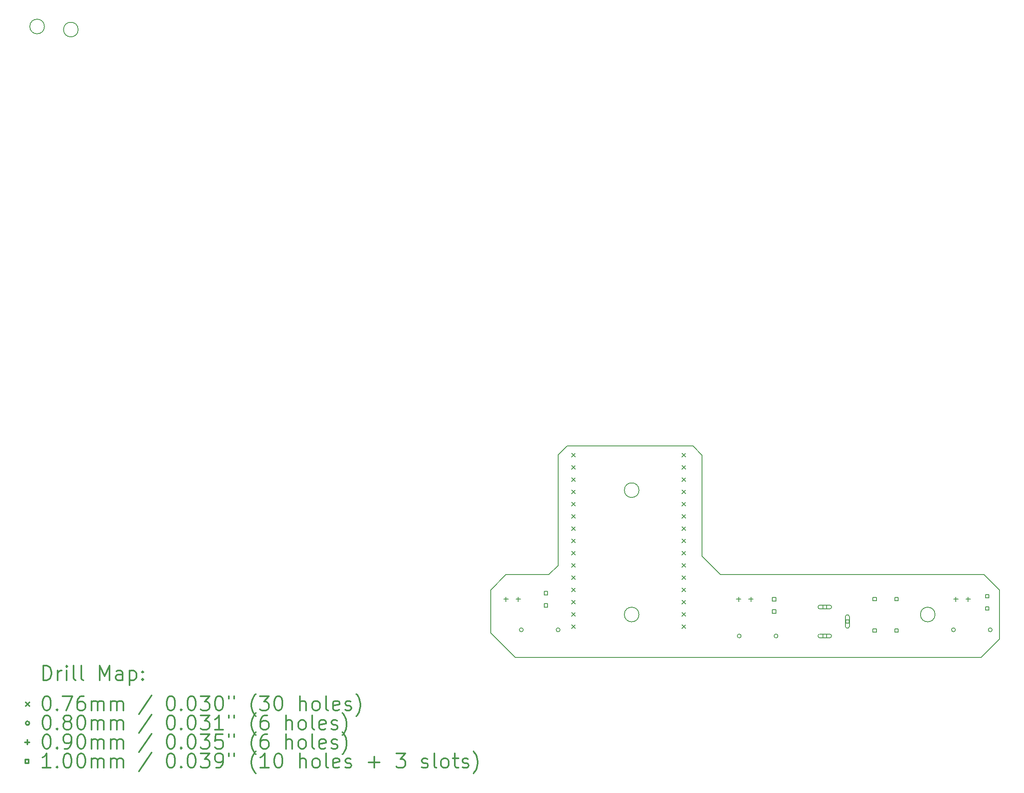
<source format=gbr>
%FSLAX45Y45*%
G04 Gerber Fmt 4.5, Leading zero omitted, Abs format (unit mm)*
G04 Created by KiCad (PCBNEW (5.1.2)-1) date 2019-06-03 22:16:30*
%MOMM*%
%LPD*%
G04 APERTURE LIST*
%ADD10C,0.150000*%
%ADD11C,0.200000*%
%ADD12C,0.300000*%
G04 APERTURE END LIST*
D10*
X11771971Y-12128500D02*
G75*
G03X11771971Y-12128500I-151471J0D01*
G01*
X151471Y0D02*
G75*
G03X151471Y0I-151471J0D01*
G01*
X-547029Y63500D02*
G75*
G03X-547029Y63500I-151471J0D01*
G01*
X12890500Y-8636000D02*
X13081000Y-8826500D01*
X10287000Y-8636000D02*
X12890500Y-8636000D01*
X10096500Y-8820150D02*
X10287000Y-8636000D01*
X9207500Y-13017500D02*
X8699500Y-12509500D01*
X17906071Y-12128500D02*
G75*
G03X17906071Y-12128500I-151471J0D01*
G01*
X11771971Y-9550400D02*
G75*
G03X11771971Y-9550400I-151471J0D01*
G01*
X9207500Y-13017500D02*
X18859500Y-13017500D01*
X19240500Y-11620500D02*
X19240500Y-12636500D01*
X18923000Y-11303000D02*
X19240500Y-11620500D01*
X13462000Y-11303000D02*
X18923000Y-11303000D01*
X13081000Y-10922000D02*
X13462000Y-11303000D01*
X13081000Y-10668000D02*
X13081000Y-10922000D01*
X8699500Y-11620500D02*
X8699500Y-12509500D01*
X9017000Y-11303000D02*
X8699500Y-11620500D01*
X9906000Y-11303000D02*
X9017000Y-11303000D01*
X10096500Y-11112500D02*
X9906000Y-11303000D01*
X10096500Y-10541000D02*
X10096500Y-11112500D01*
X13081000Y-8826500D02*
X13081000Y-10668000D01*
X10096500Y-10541000D02*
X10096500Y-8820150D01*
X19240500Y-12636500D02*
X18859500Y-13017500D01*
D11*
X10375900Y-8788400D02*
X10452100Y-8864600D01*
X10452100Y-8788400D02*
X10375900Y-8864600D01*
X10375900Y-9042400D02*
X10452100Y-9118600D01*
X10452100Y-9042400D02*
X10375900Y-9118600D01*
X10375900Y-9296400D02*
X10452100Y-9372600D01*
X10452100Y-9296400D02*
X10375900Y-9372600D01*
X10375900Y-9550400D02*
X10452100Y-9626600D01*
X10452100Y-9550400D02*
X10375900Y-9626600D01*
X10375900Y-9804400D02*
X10452100Y-9880600D01*
X10452100Y-9804400D02*
X10375900Y-9880600D01*
X10375900Y-10058400D02*
X10452100Y-10134600D01*
X10452100Y-10058400D02*
X10375900Y-10134600D01*
X10375900Y-10312400D02*
X10452100Y-10388600D01*
X10452100Y-10312400D02*
X10375900Y-10388600D01*
X10375900Y-10566400D02*
X10452100Y-10642600D01*
X10452100Y-10566400D02*
X10375900Y-10642600D01*
X10375900Y-10820400D02*
X10452100Y-10896600D01*
X10452100Y-10820400D02*
X10375900Y-10896600D01*
X10375900Y-11074400D02*
X10452100Y-11150600D01*
X10452100Y-11074400D02*
X10375900Y-11150600D01*
X10375900Y-11328400D02*
X10452100Y-11404600D01*
X10452100Y-11328400D02*
X10375900Y-11404600D01*
X10375900Y-11582400D02*
X10452100Y-11658600D01*
X10452100Y-11582400D02*
X10375900Y-11658600D01*
X10375900Y-11836400D02*
X10452100Y-11912600D01*
X10452100Y-11836400D02*
X10375900Y-11912600D01*
X10375900Y-12090400D02*
X10452100Y-12166600D01*
X10452100Y-12090400D02*
X10375900Y-12166600D01*
X10375900Y-12344400D02*
X10452100Y-12420600D01*
X10452100Y-12344400D02*
X10375900Y-12420600D01*
X12661900Y-8788400D02*
X12738100Y-8864600D01*
X12738100Y-8788400D02*
X12661900Y-8864600D01*
X12661900Y-9042400D02*
X12738100Y-9118600D01*
X12738100Y-9042400D02*
X12661900Y-9118600D01*
X12661900Y-9296400D02*
X12738100Y-9372600D01*
X12738100Y-9296400D02*
X12661900Y-9372600D01*
X12661900Y-9550400D02*
X12738100Y-9626600D01*
X12738100Y-9550400D02*
X12661900Y-9626600D01*
X12661900Y-9804400D02*
X12738100Y-9880600D01*
X12738100Y-9804400D02*
X12661900Y-9880600D01*
X12661900Y-10058400D02*
X12738100Y-10134600D01*
X12738100Y-10058400D02*
X12661900Y-10134600D01*
X12661900Y-10312400D02*
X12738100Y-10388600D01*
X12738100Y-10312400D02*
X12661900Y-10388600D01*
X12661900Y-10566400D02*
X12738100Y-10642600D01*
X12738100Y-10566400D02*
X12661900Y-10642600D01*
X12661900Y-10820400D02*
X12738100Y-10896600D01*
X12738100Y-10820400D02*
X12661900Y-10896600D01*
X12661900Y-11074400D02*
X12738100Y-11150600D01*
X12738100Y-11074400D02*
X12661900Y-11150600D01*
X12661900Y-11328400D02*
X12738100Y-11404600D01*
X12738100Y-11328400D02*
X12661900Y-11404600D01*
X12661900Y-11582400D02*
X12738100Y-11658600D01*
X12738100Y-11582400D02*
X12661900Y-11658600D01*
X12661900Y-11836400D02*
X12738100Y-11912600D01*
X12738100Y-11836400D02*
X12661900Y-11912600D01*
X12661900Y-12090400D02*
X12738100Y-12166600D01*
X12738100Y-12090400D02*
X12661900Y-12166600D01*
X12661900Y-12344400D02*
X12738100Y-12420600D01*
X12738100Y-12344400D02*
X12661900Y-12420600D01*
X13889350Y-12573000D02*
G75*
G03X13889350Y-12573000I-40000J0D01*
G01*
X14651350Y-12573000D02*
G75*
G03X14651350Y-12573000I-40000J0D01*
G01*
X18328000Y-12446000D02*
G75*
G03X18328000Y-12446000I-40000J0D01*
G01*
X19090000Y-12446000D02*
G75*
G03X19090000Y-12446000I-40000J0D01*
G01*
X9374500Y-12446000D02*
G75*
G03X9374500Y-12446000I-40000J0D01*
G01*
X10136500Y-12446000D02*
G75*
G03X10136500Y-12446000I-40000J0D01*
G01*
X9017000Y-11766000D02*
X9017000Y-11856000D01*
X8972000Y-11811000D02*
X9062000Y-11811000D01*
X9271000Y-11766000D02*
X9271000Y-11856000D01*
X9226000Y-11811000D02*
X9316000Y-11811000D01*
X13836150Y-11766000D02*
X13836150Y-11856000D01*
X13791150Y-11811000D02*
X13881150Y-11811000D01*
X14090150Y-11766000D02*
X14090150Y-11856000D01*
X14045150Y-11811000D02*
X14135150Y-11811000D01*
X18338800Y-11766000D02*
X18338800Y-11856000D01*
X18293800Y-11811000D02*
X18383800Y-11811000D01*
X18592800Y-11766000D02*
X18592800Y-11856000D01*
X18547800Y-11811000D02*
X18637800Y-11811000D01*
X19021856Y-11782856D02*
X19021856Y-11712144D01*
X18951144Y-11712144D01*
X18951144Y-11782856D01*
X19021856Y-11782856D01*
X19021856Y-12036856D02*
X19021856Y-11966144D01*
X18951144Y-11966144D01*
X18951144Y-12036856D01*
X19021856Y-12036856D01*
X16691406Y-11844056D02*
X16691406Y-11773344D01*
X16620694Y-11773344D01*
X16620694Y-11844056D01*
X16691406Y-11844056D01*
X16691406Y-12494056D02*
X16691406Y-12423344D01*
X16620694Y-12423344D01*
X16620694Y-12494056D01*
X16691406Y-12494056D01*
X17141406Y-11844056D02*
X17141406Y-11773344D01*
X17070694Y-11773344D01*
X17070694Y-11844056D01*
X17141406Y-11844056D01*
X17141406Y-12494056D02*
X17141406Y-12423344D01*
X17070694Y-12423344D01*
X17070694Y-12494056D01*
X17141406Y-12494056D01*
X15656356Y-12008356D02*
X15656356Y-11937644D01*
X15585644Y-11937644D01*
X15585644Y-12008356D01*
X15656356Y-12008356D01*
X15521000Y-12013000D02*
X15721000Y-12013000D01*
X15521000Y-11933000D02*
X15721000Y-11933000D01*
X15721000Y-12013000D02*
G75*
G03X15721000Y-11933000I0J40000D01*
G01*
X15521000Y-11933000D02*
G75*
G03X15521000Y-12013000I0J-40000D01*
G01*
X15656356Y-12608356D02*
X15656356Y-12537644D01*
X15585644Y-12537644D01*
X15585644Y-12608356D01*
X15656356Y-12608356D01*
X15521000Y-12613000D02*
X15721000Y-12613000D01*
X15521000Y-12533000D02*
X15721000Y-12533000D01*
X15721000Y-12613000D02*
G75*
G03X15721000Y-12533000I0J40000D01*
G01*
X15521000Y-12533000D02*
G75*
G03X15521000Y-12613000I0J-40000D01*
G01*
X16126356Y-12308356D02*
X16126356Y-12237644D01*
X16055644Y-12237644D01*
X16055644Y-12308356D01*
X16126356Y-12308356D01*
X16131000Y-12373000D02*
X16131000Y-12173000D01*
X16051000Y-12373000D02*
X16051000Y-12173000D01*
X16131000Y-12173000D02*
G75*
G03X16051000Y-12173000I-40000J0D01*
G01*
X16051000Y-12373000D02*
G75*
G03X16131000Y-12373000I40000J0D01*
G01*
X9877856Y-11719356D02*
X9877856Y-11648644D01*
X9807144Y-11648644D01*
X9807144Y-11719356D01*
X9877856Y-11719356D01*
X9877856Y-11973356D02*
X9877856Y-11902644D01*
X9807144Y-11902644D01*
X9807144Y-11973356D01*
X9877856Y-11973356D01*
X14608606Y-11846356D02*
X14608606Y-11775644D01*
X14537894Y-11775644D01*
X14537894Y-11846356D01*
X14608606Y-11846356D01*
X14608606Y-12100356D02*
X14608606Y-12029644D01*
X14537894Y-12029644D01*
X14537894Y-12100356D01*
X14608606Y-12100356D01*
D12*
X-571043Y-13490714D02*
X-571043Y-13190714D01*
X-499614Y-13190714D01*
X-456757Y-13205000D01*
X-428185Y-13233571D01*
X-413900Y-13262143D01*
X-399614Y-13319286D01*
X-399614Y-13362143D01*
X-413900Y-13419286D01*
X-428185Y-13447857D01*
X-456757Y-13476429D01*
X-499614Y-13490714D01*
X-571043Y-13490714D01*
X-271043Y-13490714D02*
X-271043Y-13290714D01*
X-271043Y-13347857D02*
X-256757Y-13319286D01*
X-242471Y-13305000D01*
X-213900Y-13290714D01*
X-185328Y-13290714D01*
X-85328Y-13490714D02*
X-85328Y-13290714D01*
X-85328Y-13190714D02*
X-99614Y-13205000D01*
X-85328Y-13219286D01*
X-71043Y-13205000D01*
X-85328Y-13190714D01*
X-85328Y-13219286D01*
X100386Y-13490714D02*
X71815Y-13476429D01*
X57529Y-13447857D01*
X57529Y-13190714D01*
X257529Y-13490714D02*
X228957Y-13476429D01*
X214672Y-13447857D01*
X214672Y-13190714D01*
X600386Y-13490714D02*
X600386Y-13190714D01*
X700386Y-13405000D01*
X800386Y-13190714D01*
X800386Y-13490714D01*
X1071815Y-13490714D02*
X1071815Y-13333571D01*
X1057529Y-13305000D01*
X1028957Y-13290714D01*
X971814Y-13290714D01*
X943243Y-13305000D01*
X1071815Y-13476429D02*
X1043243Y-13490714D01*
X971814Y-13490714D01*
X943243Y-13476429D01*
X928957Y-13447857D01*
X928957Y-13419286D01*
X943243Y-13390714D01*
X971814Y-13376429D01*
X1043243Y-13376429D01*
X1071815Y-13362143D01*
X1214672Y-13290714D02*
X1214672Y-13590714D01*
X1214672Y-13305000D02*
X1243243Y-13290714D01*
X1300386Y-13290714D01*
X1328957Y-13305000D01*
X1343243Y-13319286D01*
X1357529Y-13347857D01*
X1357529Y-13433571D01*
X1343243Y-13462143D01*
X1328957Y-13476429D01*
X1300386Y-13490714D01*
X1243243Y-13490714D01*
X1214672Y-13476429D01*
X1486100Y-13462143D02*
X1500386Y-13476429D01*
X1486100Y-13490714D01*
X1471814Y-13476429D01*
X1486100Y-13462143D01*
X1486100Y-13490714D01*
X1486100Y-13305000D02*
X1500386Y-13319286D01*
X1486100Y-13333571D01*
X1471814Y-13319286D01*
X1486100Y-13305000D01*
X1486100Y-13333571D01*
X-933671Y-13946900D02*
X-857471Y-14023100D01*
X-857471Y-13946900D02*
X-933671Y-14023100D01*
X-513900Y-13820714D02*
X-485328Y-13820714D01*
X-456757Y-13835000D01*
X-442471Y-13849286D01*
X-428185Y-13877857D01*
X-413900Y-13935000D01*
X-413900Y-14006429D01*
X-428185Y-14063571D01*
X-442471Y-14092143D01*
X-456757Y-14106429D01*
X-485328Y-14120714D01*
X-513900Y-14120714D01*
X-542471Y-14106429D01*
X-556757Y-14092143D01*
X-571043Y-14063571D01*
X-585328Y-14006429D01*
X-585328Y-13935000D01*
X-571043Y-13877857D01*
X-556757Y-13849286D01*
X-542471Y-13835000D01*
X-513900Y-13820714D01*
X-285328Y-14092143D02*
X-271043Y-14106429D01*
X-285328Y-14120714D01*
X-299614Y-14106429D01*
X-285328Y-14092143D01*
X-285328Y-14120714D01*
X-171043Y-13820714D02*
X28957Y-13820714D01*
X-99614Y-14120714D01*
X271815Y-13820714D02*
X214672Y-13820714D01*
X186100Y-13835000D01*
X171815Y-13849286D01*
X143243Y-13892143D01*
X128957Y-13949286D01*
X128957Y-14063571D01*
X143243Y-14092143D01*
X157529Y-14106429D01*
X186100Y-14120714D01*
X243243Y-14120714D01*
X271815Y-14106429D01*
X286100Y-14092143D01*
X300386Y-14063571D01*
X300386Y-13992143D01*
X286100Y-13963571D01*
X271815Y-13949286D01*
X243243Y-13935000D01*
X186100Y-13935000D01*
X157529Y-13949286D01*
X143243Y-13963571D01*
X128957Y-13992143D01*
X428957Y-14120714D02*
X428957Y-13920714D01*
X428957Y-13949286D02*
X443243Y-13935000D01*
X471814Y-13920714D01*
X514672Y-13920714D01*
X543243Y-13935000D01*
X557529Y-13963571D01*
X557529Y-14120714D01*
X557529Y-13963571D02*
X571815Y-13935000D01*
X600386Y-13920714D01*
X643243Y-13920714D01*
X671815Y-13935000D01*
X686100Y-13963571D01*
X686100Y-14120714D01*
X828957Y-14120714D02*
X828957Y-13920714D01*
X828957Y-13949286D02*
X843243Y-13935000D01*
X871814Y-13920714D01*
X914672Y-13920714D01*
X943243Y-13935000D01*
X957529Y-13963571D01*
X957529Y-14120714D01*
X957529Y-13963571D02*
X971814Y-13935000D01*
X1000386Y-13920714D01*
X1043243Y-13920714D01*
X1071815Y-13935000D01*
X1086100Y-13963571D01*
X1086100Y-14120714D01*
X1671814Y-13806429D02*
X1414672Y-14192143D01*
X2057529Y-13820714D02*
X2086100Y-13820714D01*
X2114672Y-13835000D01*
X2128957Y-13849286D01*
X2143243Y-13877857D01*
X2157529Y-13935000D01*
X2157529Y-14006429D01*
X2143243Y-14063571D01*
X2128957Y-14092143D01*
X2114672Y-14106429D01*
X2086100Y-14120714D01*
X2057529Y-14120714D01*
X2028957Y-14106429D01*
X2014672Y-14092143D01*
X2000386Y-14063571D01*
X1986100Y-14006429D01*
X1986100Y-13935000D01*
X2000386Y-13877857D01*
X2014672Y-13849286D01*
X2028957Y-13835000D01*
X2057529Y-13820714D01*
X2286100Y-14092143D02*
X2300386Y-14106429D01*
X2286100Y-14120714D01*
X2271815Y-14106429D01*
X2286100Y-14092143D01*
X2286100Y-14120714D01*
X2486100Y-13820714D02*
X2514672Y-13820714D01*
X2543243Y-13835000D01*
X2557529Y-13849286D01*
X2571815Y-13877857D01*
X2586100Y-13935000D01*
X2586100Y-14006429D01*
X2571815Y-14063571D01*
X2557529Y-14092143D01*
X2543243Y-14106429D01*
X2514672Y-14120714D01*
X2486100Y-14120714D01*
X2457529Y-14106429D01*
X2443243Y-14092143D01*
X2428957Y-14063571D01*
X2414672Y-14006429D01*
X2414672Y-13935000D01*
X2428957Y-13877857D01*
X2443243Y-13849286D01*
X2457529Y-13835000D01*
X2486100Y-13820714D01*
X2686100Y-13820714D02*
X2871814Y-13820714D01*
X2771815Y-13935000D01*
X2814672Y-13935000D01*
X2843243Y-13949286D01*
X2857529Y-13963571D01*
X2871814Y-13992143D01*
X2871814Y-14063571D01*
X2857529Y-14092143D01*
X2843243Y-14106429D01*
X2814672Y-14120714D01*
X2728957Y-14120714D01*
X2700386Y-14106429D01*
X2686100Y-14092143D01*
X3057529Y-13820714D02*
X3086100Y-13820714D01*
X3114672Y-13835000D01*
X3128957Y-13849286D01*
X3143243Y-13877857D01*
X3157529Y-13935000D01*
X3157529Y-14006429D01*
X3143243Y-14063571D01*
X3128957Y-14092143D01*
X3114672Y-14106429D01*
X3086100Y-14120714D01*
X3057529Y-14120714D01*
X3028957Y-14106429D01*
X3014672Y-14092143D01*
X3000386Y-14063571D01*
X2986100Y-14006429D01*
X2986100Y-13935000D01*
X3000386Y-13877857D01*
X3014672Y-13849286D01*
X3028957Y-13835000D01*
X3057529Y-13820714D01*
X3271814Y-13820714D02*
X3271814Y-13877857D01*
X3386100Y-13820714D02*
X3386100Y-13877857D01*
X3828957Y-14235000D02*
X3814672Y-14220714D01*
X3786100Y-14177857D01*
X3771814Y-14149286D01*
X3757529Y-14106429D01*
X3743243Y-14035000D01*
X3743243Y-13977857D01*
X3757529Y-13906429D01*
X3771814Y-13863571D01*
X3786100Y-13835000D01*
X3814672Y-13792143D01*
X3828957Y-13777857D01*
X3914672Y-13820714D02*
X4100386Y-13820714D01*
X4000386Y-13935000D01*
X4043243Y-13935000D01*
X4071814Y-13949286D01*
X4086100Y-13963571D01*
X4100386Y-13992143D01*
X4100386Y-14063571D01*
X4086100Y-14092143D01*
X4071814Y-14106429D01*
X4043243Y-14120714D01*
X3957529Y-14120714D01*
X3928957Y-14106429D01*
X3914672Y-14092143D01*
X4286100Y-13820714D02*
X4314672Y-13820714D01*
X4343243Y-13835000D01*
X4357529Y-13849286D01*
X4371815Y-13877857D01*
X4386100Y-13935000D01*
X4386100Y-14006429D01*
X4371815Y-14063571D01*
X4357529Y-14092143D01*
X4343243Y-14106429D01*
X4314672Y-14120714D01*
X4286100Y-14120714D01*
X4257529Y-14106429D01*
X4243243Y-14092143D01*
X4228957Y-14063571D01*
X4214672Y-14006429D01*
X4214672Y-13935000D01*
X4228957Y-13877857D01*
X4243243Y-13849286D01*
X4257529Y-13835000D01*
X4286100Y-13820714D01*
X4743243Y-14120714D02*
X4743243Y-13820714D01*
X4871815Y-14120714D02*
X4871815Y-13963571D01*
X4857529Y-13935000D01*
X4828957Y-13920714D01*
X4786100Y-13920714D01*
X4757529Y-13935000D01*
X4743243Y-13949286D01*
X5057529Y-14120714D02*
X5028957Y-14106429D01*
X5014672Y-14092143D01*
X5000386Y-14063571D01*
X5000386Y-13977857D01*
X5014672Y-13949286D01*
X5028957Y-13935000D01*
X5057529Y-13920714D01*
X5100386Y-13920714D01*
X5128957Y-13935000D01*
X5143243Y-13949286D01*
X5157529Y-13977857D01*
X5157529Y-14063571D01*
X5143243Y-14092143D01*
X5128957Y-14106429D01*
X5100386Y-14120714D01*
X5057529Y-14120714D01*
X5328957Y-14120714D02*
X5300386Y-14106429D01*
X5286100Y-14077857D01*
X5286100Y-13820714D01*
X5557529Y-14106429D02*
X5528957Y-14120714D01*
X5471815Y-14120714D01*
X5443243Y-14106429D01*
X5428957Y-14077857D01*
X5428957Y-13963571D01*
X5443243Y-13935000D01*
X5471815Y-13920714D01*
X5528957Y-13920714D01*
X5557529Y-13935000D01*
X5571815Y-13963571D01*
X5571815Y-13992143D01*
X5428957Y-14020714D01*
X5686100Y-14106429D02*
X5714672Y-14120714D01*
X5771814Y-14120714D01*
X5800386Y-14106429D01*
X5814672Y-14077857D01*
X5814672Y-14063571D01*
X5800386Y-14035000D01*
X5771814Y-14020714D01*
X5728957Y-14020714D01*
X5700386Y-14006429D01*
X5686100Y-13977857D01*
X5686100Y-13963571D01*
X5700386Y-13935000D01*
X5728957Y-13920714D01*
X5771814Y-13920714D01*
X5800386Y-13935000D01*
X5914672Y-14235000D02*
X5928957Y-14220714D01*
X5957529Y-14177857D01*
X5971814Y-14149286D01*
X5986100Y-14106429D01*
X6000386Y-14035000D01*
X6000386Y-13977857D01*
X5986100Y-13906429D01*
X5971814Y-13863571D01*
X5957529Y-13835000D01*
X5928957Y-13792143D01*
X5914672Y-13777857D01*
X-857471Y-14381000D02*
G75*
G03X-857471Y-14381000I-40000J0D01*
G01*
X-513900Y-14216714D02*
X-485328Y-14216714D01*
X-456757Y-14231000D01*
X-442471Y-14245286D01*
X-428185Y-14273857D01*
X-413900Y-14331000D01*
X-413900Y-14402429D01*
X-428185Y-14459571D01*
X-442471Y-14488143D01*
X-456757Y-14502429D01*
X-485328Y-14516714D01*
X-513900Y-14516714D01*
X-542471Y-14502429D01*
X-556757Y-14488143D01*
X-571043Y-14459571D01*
X-585328Y-14402429D01*
X-585328Y-14331000D01*
X-571043Y-14273857D01*
X-556757Y-14245286D01*
X-542471Y-14231000D01*
X-513900Y-14216714D01*
X-285328Y-14488143D02*
X-271043Y-14502429D01*
X-285328Y-14516714D01*
X-299614Y-14502429D01*
X-285328Y-14488143D01*
X-285328Y-14516714D01*
X-99614Y-14345286D02*
X-128185Y-14331000D01*
X-142471Y-14316714D01*
X-156757Y-14288143D01*
X-156757Y-14273857D01*
X-142471Y-14245286D01*
X-128185Y-14231000D01*
X-99614Y-14216714D01*
X-42471Y-14216714D01*
X-13900Y-14231000D01*
X386Y-14245286D01*
X14672Y-14273857D01*
X14672Y-14288143D01*
X386Y-14316714D01*
X-13900Y-14331000D01*
X-42471Y-14345286D01*
X-99614Y-14345286D01*
X-128185Y-14359571D01*
X-142471Y-14373857D01*
X-156757Y-14402429D01*
X-156757Y-14459571D01*
X-142471Y-14488143D01*
X-128185Y-14502429D01*
X-99614Y-14516714D01*
X-42471Y-14516714D01*
X-13900Y-14502429D01*
X386Y-14488143D01*
X14672Y-14459571D01*
X14672Y-14402429D01*
X386Y-14373857D01*
X-13900Y-14359571D01*
X-42471Y-14345286D01*
X200386Y-14216714D02*
X228957Y-14216714D01*
X257529Y-14231000D01*
X271815Y-14245286D01*
X286100Y-14273857D01*
X300386Y-14331000D01*
X300386Y-14402429D01*
X286100Y-14459571D01*
X271815Y-14488143D01*
X257529Y-14502429D01*
X228957Y-14516714D01*
X200386Y-14516714D01*
X171815Y-14502429D01*
X157529Y-14488143D01*
X143243Y-14459571D01*
X128957Y-14402429D01*
X128957Y-14331000D01*
X143243Y-14273857D01*
X157529Y-14245286D01*
X171815Y-14231000D01*
X200386Y-14216714D01*
X428957Y-14516714D02*
X428957Y-14316714D01*
X428957Y-14345286D02*
X443243Y-14331000D01*
X471814Y-14316714D01*
X514672Y-14316714D01*
X543243Y-14331000D01*
X557529Y-14359571D01*
X557529Y-14516714D01*
X557529Y-14359571D02*
X571815Y-14331000D01*
X600386Y-14316714D01*
X643243Y-14316714D01*
X671815Y-14331000D01*
X686100Y-14359571D01*
X686100Y-14516714D01*
X828957Y-14516714D02*
X828957Y-14316714D01*
X828957Y-14345286D02*
X843243Y-14331000D01*
X871814Y-14316714D01*
X914672Y-14316714D01*
X943243Y-14331000D01*
X957529Y-14359571D01*
X957529Y-14516714D01*
X957529Y-14359571D02*
X971814Y-14331000D01*
X1000386Y-14316714D01*
X1043243Y-14316714D01*
X1071815Y-14331000D01*
X1086100Y-14359571D01*
X1086100Y-14516714D01*
X1671814Y-14202429D02*
X1414672Y-14588143D01*
X2057529Y-14216714D02*
X2086100Y-14216714D01*
X2114672Y-14231000D01*
X2128957Y-14245286D01*
X2143243Y-14273857D01*
X2157529Y-14331000D01*
X2157529Y-14402429D01*
X2143243Y-14459571D01*
X2128957Y-14488143D01*
X2114672Y-14502429D01*
X2086100Y-14516714D01*
X2057529Y-14516714D01*
X2028957Y-14502429D01*
X2014672Y-14488143D01*
X2000386Y-14459571D01*
X1986100Y-14402429D01*
X1986100Y-14331000D01*
X2000386Y-14273857D01*
X2014672Y-14245286D01*
X2028957Y-14231000D01*
X2057529Y-14216714D01*
X2286100Y-14488143D02*
X2300386Y-14502429D01*
X2286100Y-14516714D01*
X2271815Y-14502429D01*
X2286100Y-14488143D01*
X2286100Y-14516714D01*
X2486100Y-14216714D02*
X2514672Y-14216714D01*
X2543243Y-14231000D01*
X2557529Y-14245286D01*
X2571815Y-14273857D01*
X2586100Y-14331000D01*
X2586100Y-14402429D01*
X2571815Y-14459571D01*
X2557529Y-14488143D01*
X2543243Y-14502429D01*
X2514672Y-14516714D01*
X2486100Y-14516714D01*
X2457529Y-14502429D01*
X2443243Y-14488143D01*
X2428957Y-14459571D01*
X2414672Y-14402429D01*
X2414672Y-14331000D01*
X2428957Y-14273857D01*
X2443243Y-14245286D01*
X2457529Y-14231000D01*
X2486100Y-14216714D01*
X2686100Y-14216714D02*
X2871814Y-14216714D01*
X2771815Y-14331000D01*
X2814672Y-14331000D01*
X2843243Y-14345286D01*
X2857529Y-14359571D01*
X2871814Y-14388143D01*
X2871814Y-14459571D01*
X2857529Y-14488143D01*
X2843243Y-14502429D01*
X2814672Y-14516714D01*
X2728957Y-14516714D01*
X2700386Y-14502429D01*
X2686100Y-14488143D01*
X3157529Y-14516714D02*
X2986100Y-14516714D01*
X3071814Y-14516714D02*
X3071814Y-14216714D01*
X3043243Y-14259571D01*
X3014672Y-14288143D01*
X2986100Y-14302429D01*
X3271814Y-14216714D02*
X3271814Y-14273857D01*
X3386100Y-14216714D02*
X3386100Y-14273857D01*
X3828957Y-14631000D02*
X3814672Y-14616714D01*
X3786100Y-14573857D01*
X3771814Y-14545286D01*
X3757529Y-14502429D01*
X3743243Y-14431000D01*
X3743243Y-14373857D01*
X3757529Y-14302429D01*
X3771814Y-14259571D01*
X3786100Y-14231000D01*
X3814672Y-14188143D01*
X3828957Y-14173857D01*
X4071814Y-14216714D02*
X4014672Y-14216714D01*
X3986100Y-14231000D01*
X3971814Y-14245286D01*
X3943243Y-14288143D01*
X3928957Y-14345286D01*
X3928957Y-14459571D01*
X3943243Y-14488143D01*
X3957529Y-14502429D01*
X3986100Y-14516714D01*
X4043243Y-14516714D01*
X4071814Y-14502429D01*
X4086100Y-14488143D01*
X4100386Y-14459571D01*
X4100386Y-14388143D01*
X4086100Y-14359571D01*
X4071814Y-14345286D01*
X4043243Y-14331000D01*
X3986100Y-14331000D01*
X3957529Y-14345286D01*
X3943243Y-14359571D01*
X3928957Y-14388143D01*
X4457529Y-14516714D02*
X4457529Y-14216714D01*
X4586100Y-14516714D02*
X4586100Y-14359571D01*
X4571815Y-14331000D01*
X4543243Y-14316714D01*
X4500386Y-14316714D01*
X4471815Y-14331000D01*
X4457529Y-14345286D01*
X4771815Y-14516714D02*
X4743243Y-14502429D01*
X4728957Y-14488143D01*
X4714672Y-14459571D01*
X4714672Y-14373857D01*
X4728957Y-14345286D01*
X4743243Y-14331000D01*
X4771815Y-14316714D01*
X4814672Y-14316714D01*
X4843243Y-14331000D01*
X4857529Y-14345286D01*
X4871815Y-14373857D01*
X4871815Y-14459571D01*
X4857529Y-14488143D01*
X4843243Y-14502429D01*
X4814672Y-14516714D01*
X4771815Y-14516714D01*
X5043243Y-14516714D02*
X5014672Y-14502429D01*
X5000386Y-14473857D01*
X5000386Y-14216714D01*
X5271815Y-14502429D02*
X5243243Y-14516714D01*
X5186100Y-14516714D01*
X5157529Y-14502429D01*
X5143243Y-14473857D01*
X5143243Y-14359571D01*
X5157529Y-14331000D01*
X5186100Y-14316714D01*
X5243243Y-14316714D01*
X5271815Y-14331000D01*
X5286100Y-14359571D01*
X5286100Y-14388143D01*
X5143243Y-14416714D01*
X5400386Y-14502429D02*
X5428957Y-14516714D01*
X5486100Y-14516714D01*
X5514672Y-14502429D01*
X5528957Y-14473857D01*
X5528957Y-14459571D01*
X5514672Y-14431000D01*
X5486100Y-14416714D01*
X5443243Y-14416714D01*
X5414672Y-14402429D01*
X5400386Y-14373857D01*
X5400386Y-14359571D01*
X5414672Y-14331000D01*
X5443243Y-14316714D01*
X5486100Y-14316714D01*
X5514672Y-14331000D01*
X5628957Y-14631000D02*
X5643243Y-14616714D01*
X5671814Y-14573857D01*
X5686100Y-14545286D01*
X5700386Y-14502429D01*
X5714672Y-14431000D01*
X5714672Y-14373857D01*
X5700386Y-14302429D01*
X5686100Y-14259571D01*
X5671814Y-14231000D01*
X5643243Y-14188143D01*
X5628957Y-14173857D01*
X-902471Y-14732000D02*
X-902471Y-14822000D01*
X-947471Y-14777000D02*
X-857471Y-14777000D01*
X-513900Y-14612714D02*
X-485328Y-14612714D01*
X-456757Y-14627000D01*
X-442471Y-14641286D01*
X-428185Y-14669857D01*
X-413900Y-14727000D01*
X-413900Y-14798429D01*
X-428185Y-14855571D01*
X-442471Y-14884143D01*
X-456757Y-14898429D01*
X-485328Y-14912714D01*
X-513900Y-14912714D01*
X-542471Y-14898429D01*
X-556757Y-14884143D01*
X-571043Y-14855571D01*
X-585328Y-14798429D01*
X-585328Y-14727000D01*
X-571043Y-14669857D01*
X-556757Y-14641286D01*
X-542471Y-14627000D01*
X-513900Y-14612714D01*
X-285328Y-14884143D02*
X-271043Y-14898429D01*
X-285328Y-14912714D01*
X-299614Y-14898429D01*
X-285328Y-14884143D01*
X-285328Y-14912714D01*
X-128185Y-14912714D02*
X-71043Y-14912714D01*
X-42471Y-14898429D01*
X-28185Y-14884143D01*
X386Y-14841286D01*
X14672Y-14784143D01*
X14672Y-14669857D01*
X386Y-14641286D01*
X-13900Y-14627000D01*
X-42471Y-14612714D01*
X-99614Y-14612714D01*
X-128185Y-14627000D01*
X-142471Y-14641286D01*
X-156757Y-14669857D01*
X-156757Y-14741286D01*
X-142471Y-14769857D01*
X-128185Y-14784143D01*
X-99614Y-14798429D01*
X-42471Y-14798429D01*
X-13900Y-14784143D01*
X386Y-14769857D01*
X14672Y-14741286D01*
X200386Y-14612714D02*
X228957Y-14612714D01*
X257529Y-14627000D01*
X271815Y-14641286D01*
X286100Y-14669857D01*
X300386Y-14727000D01*
X300386Y-14798429D01*
X286100Y-14855571D01*
X271815Y-14884143D01*
X257529Y-14898429D01*
X228957Y-14912714D01*
X200386Y-14912714D01*
X171815Y-14898429D01*
X157529Y-14884143D01*
X143243Y-14855571D01*
X128957Y-14798429D01*
X128957Y-14727000D01*
X143243Y-14669857D01*
X157529Y-14641286D01*
X171815Y-14627000D01*
X200386Y-14612714D01*
X428957Y-14912714D02*
X428957Y-14712714D01*
X428957Y-14741286D02*
X443243Y-14727000D01*
X471814Y-14712714D01*
X514672Y-14712714D01*
X543243Y-14727000D01*
X557529Y-14755571D01*
X557529Y-14912714D01*
X557529Y-14755571D02*
X571815Y-14727000D01*
X600386Y-14712714D01*
X643243Y-14712714D01*
X671815Y-14727000D01*
X686100Y-14755571D01*
X686100Y-14912714D01*
X828957Y-14912714D02*
X828957Y-14712714D01*
X828957Y-14741286D02*
X843243Y-14727000D01*
X871814Y-14712714D01*
X914672Y-14712714D01*
X943243Y-14727000D01*
X957529Y-14755571D01*
X957529Y-14912714D01*
X957529Y-14755571D02*
X971814Y-14727000D01*
X1000386Y-14712714D01*
X1043243Y-14712714D01*
X1071815Y-14727000D01*
X1086100Y-14755571D01*
X1086100Y-14912714D01*
X1671814Y-14598429D02*
X1414672Y-14984143D01*
X2057529Y-14612714D02*
X2086100Y-14612714D01*
X2114672Y-14627000D01*
X2128957Y-14641286D01*
X2143243Y-14669857D01*
X2157529Y-14727000D01*
X2157529Y-14798429D01*
X2143243Y-14855571D01*
X2128957Y-14884143D01*
X2114672Y-14898429D01*
X2086100Y-14912714D01*
X2057529Y-14912714D01*
X2028957Y-14898429D01*
X2014672Y-14884143D01*
X2000386Y-14855571D01*
X1986100Y-14798429D01*
X1986100Y-14727000D01*
X2000386Y-14669857D01*
X2014672Y-14641286D01*
X2028957Y-14627000D01*
X2057529Y-14612714D01*
X2286100Y-14884143D02*
X2300386Y-14898429D01*
X2286100Y-14912714D01*
X2271815Y-14898429D01*
X2286100Y-14884143D01*
X2286100Y-14912714D01*
X2486100Y-14612714D02*
X2514672Y-14612714D01*
X2543243Y-14627000D01*
X2557529Y-14641286D01*
X2571815Y-14669857D01*
X2586100Y-14727000D01*
X2586100Y-14798429D01*
X2571815Y-14855571D01*
X2557529Y-14884143D01*
X2543243Y-14898429D01*
X2514672Y-14912714D01*
X2486100Y-14912714D01*
X2457529Y-14898429D01*
X2443243Y-14884143D01*
X2428957Y-14855571D01*
X2414672Y-14798429D01*
X2414672Y-14727000D01*
X2428957Y-14669857D01*
X2443243Y-14641286D01*
X2457529Y-14627000D01*
X2486100Y-14612714D01*
X2686100Y-14612714D02*
X2871814Y-14612714D01*
X2771815Y-14727000D01*
X2814672Y-14727000D01*
X2843243Y-14741286D01*
X2857529Y-14755571D01*
X2871814Y-14784143D01*
X2871814Y-14855571D01*
X2857529Y-14884143D01*
X2843243Y-14898429D01*
X2814672Y-14912714D01*
X2728957Y-14912714D01*
X2700386Y-14898429D01*
X2686100Y-14884143D01*
X3143243Y-14612714D02*
X3000386Y-14612714D01*
X2986100Y-14755571D01*
X3000386Y-14741286D01*
X3028957Y-14727000D01*
X3100386Y-14727000D01*
X3128957Y-14741286D01*
X3143243Y-14755571D01*
X3157529Y-14784143D01*
X3157529Y-14855571D01*
X3143243Y-14884143D01*
X3128957Y-14898429D01*
X3100386Y-14912714D01*
X3028957Y-14912714D01*
X3000386Y-14898429D01*
X2986100Y-14884143D01*
X3271814Y-14612714D02*
X3271814Y-14669857D01*
X3386100Y-14612714D02*
X3386100Y-14669857D01*
X3828957Y-15027000D02*
X3814672Y-15012714D01*
X3786100Y-14969857D01*
X3771814Y-14941286D01*
X3757529Y-14898429D01*
X3743243Y-14827000D01*
X3743243Y-14769857D01*
X3757529Y-14698429D01*
X3771814Y-14655571D01*
X3786100Y-14627000D01*
X3814672Y-14584143D01*
X3828957Y-14569857D01*
X4071814Y-14612714D02*
X4014672Y-14612714D01*
X3986100Y-14627000D01*
X3971814Y-14641286D01*
X3943243Y-14684143D01*
X3928957Y-14741286D01*
X3928957Y-14855571D01*
X3943243Y-14884143D01*
X3957529Y-14898429D01*
X3986100Y-14912714D01*
X4043243Y-14912714D01*
X4071814Y-14898429D01*
X4086100Y-14884143D01*
X4100386Y-14855571D01*
X4100386Y-14784143D01*
X4086100Y-14755571D01*
X4071814Y-14741286D01*
X4043243Y-14727000D01*
X3986100Y-14727000D01*
X3957529Y-14741286D01*
X3943243Y-14755571D01*
X3928957Y-14784143D01*
X4457529Y-14912714D02*
X4457529Y-14612714D01*
X4586100Y-14912714D02*
X4586100Y-14755571D01*
X4571815Y-14727000D01*
X4543243Y-14712714D01*
X4500386Y-14712714D01*
X4471815Y-14727000D01*
X4457529Y-14741286D01*
X4771815Y-14912714D02*
X4743243Y-14898429D01*
X4728957Y-14884143D01*
X4714672Y-14855571D01*
X4714672Y-14769857D01*
X4728957Y-14741286D01*
X4743243Y-14727000D01*
X4771815Y-14712714D01*
X4814672Y-14712714D01*
X4843243Y-14727000D01*
X4857529Y-14741286D01*
X4871815Y-14769857D01*
X4871815Y-14855571D01*
X4857529Y-14884143D01*
X4843243Y-14898429D01*
X4814672Y-14912714D01*
X4771815Y-14912714D01*
X5043243Y-14912714D02*
X5014672Y-14898429D01*
X5000386Y-14869857D01*
X5000386Y-14612714D01*
X5271815Y-14898429D02*
X5243243Y-14912714D01*
X5186100Y-14912714D01*
X5157529Y-14898429D01*
X5143243Y-14869857D01*
X5143243Y-14755571D01*
X5157529Y-14727000D01*
X5186100Y-14712714D01*
X5243243Y-14712714D01*
X5271815Y-14727000D01*
X5286100Y-14755571D01*
X5286100Y-14784143D01*
X5143243Y-14812714D01*
X5400386Y-14898429D02*
X5428957Y-14912714D01*
X5486100Y-14912714D01*
X5514672Y-14898429D01*
X5528957Y-14869857D01*
X5528957Y-14855571D01*
X5514672Y-14827000D01*
X5486100Y-14812714D01*
X5443243Y-14812714D01*
X5414672Y-14798429D01*
X5400386Y-14769857D01*
X5400386Y-14755571D01*
X5414672Y-14727000D01*
X5443243Y-14712714D01*
X5486100Y-14712714D01*
X5514672Y-14727000D01*
X5628957Y-15027000D02*
X5643243Y-15012714D01*
X5671814Y-14969857D01*
X5686100Y-14941286D01*
X5700386Y-14898429D01*
X5714672Y-14827000D01*
X5714672Y-14769857D01*
X5700386Y-14698429D01*
X5686100Y-14655571D01*
X5671814Y-14627000D01*
X5643243Y-14584143D01*
X5628957Y-14569857D01*
X-872115Y-15208356D02*
X-872115Y-15137644D01*
X-942827Y-15137644D01*
X-942827Y-15208356D01*
X-872115Y-15208356D01*
X-413900Y-15308714D02*
X-585328Y-15308714D01*
X-499614Y-15308714D02*
X-499614Y-15008714D01*
X-528185Y-15051571D01*
X-556757Y-15080143D01*
X-585328Y-15094429D01*
X-285328Y-15280143D02*
X-271043Y-15294429D01*
X-285328Y-15308714D01*
X-299614Y-15294429D01*
X-285328Y-15280143D01*
X-285328Y-15308714D01*
X-85328Y-15008714D02*
X-56757Y-15008714D01*
X-28185Y-15023000D01*
X-13900Y-15037286D01*
X386Y-15065857D01*
X14672Y-15123000D01*
X14672Y-15194429D01*
X386Y-15251571D01*
X-13900Y-15280143D01*
X-28185Y-15294429D01*
X-56757Y-15308714D01*
X-85328Y-15308714D01*
X-113900Y-15294429D01*
X-128185Y-15280143D01*
X-142471Y-15251571D01*
X-156757Y-15194429D01*
X-156757Y-15123000D01*
X-142471Y-15065857D01*
X-128185Y-15037286D01*
X-113900Y-15023000D01*
X-85328Y-15008714D01*
X200386Y-15008714D02*
X228957Y-15008714D01*
X257529Y-15023000D01*
X271815Y-15037286D01*
X286100Y-15065857D01*
X300386Y-15123000D01*
X300386Y-15194429D01*
X286100Y-15251571D01*
X271815Y-15280143D01*
X257529Y-15294429D01*
X228957Y-15308714D01*
X200386Y-15308714D01*
X171815Y-15294429D01*
X157529Y-15280143D01*
X143243Y-15251571D01*
X128957Y-15194429D01*
X128957Y-15123000D01*
X143243Y-15065857D01*
X157529Y-15037286D01*
X171815Y-15023000D01*
X200386Y-15008714D01*
X428957Y-15308714D02*
X428957Y-15108714D01*
X428957Y-15137286D02*
X443243Y-15123000D01*
X471814Y-15108714D01*
X514672Y-15108714D01*
X543243Y-15123000D01*
X557529Y-15151571D01*
X557529Y-15308714D01*
X557529Y-15151571D02*
X571815Y-15123000D01*
X600386Y-15108714D01*
X643243Y-15108714D01*
X671815Y-15123000D01*
X686100Y-15151571D01*
X686100Y-15308714D01*
X828957Y-15308714D02*
X828957Y-15108714D01*
X828957Y-15137286D02*
X843243Y-15123000D01*
X871814Y-15108714D01*
X914672Y-15108714D01*
X943243Y-15123000D01*
X957529Y-15151571D01*
X957529Y-15308714D01*
X957529Y-15151571D02*
X971814Y-15123000D01*
X1000386Y-15108714D01*
X1043243Y-15108714D01*
X1071815Y-15123000D01*
X1086100Y-15151571D01*
X1086100Y-15308714D01*
X1671814Y-14994429D02*
X1414672Y-15380143D01*
X2057529Y-15008714D02*
X2086100Y-15008714D01*
X2114672Y-15023000D01*
X2128957Y-15037286D01*
X2143243Y-15065857D01*
X2157529Y-15123000D01*
X2157529Y-15194429D01*
X2143243Y-15251571D01*
X2128957Y-15280143D01*
X2114672Y-15294429D01*
X2086100Y-15308714D01*
X2057529Y-15308714D01*
X2028957Y-15294429D01*
X2014672Y-15280143D01*
X2000386Y-15251571D01*
X1986100Y-15194429D01*
X1986100Y-15123000D01*
X2000386Y-15065857D01*
X2014672Y-15037286D01*
X2028957Y-15023000D01*
X2057529Y-15008714D01*
X2286100Y-15280143D02*
X2300386Y-15294429D01*
X2286100Y-15308714D01*
X2271815Y-15294429D01*
X2286100Y-15280143D01*
X2286100Y-15308714D01*
X2486100Y-15008714D02*
X2514672Y-15008714D01*
X2543243Y-15023000D01*
X2557529Y-15037286D01*
X2571815Y-15065857D01*
X2586100Y-15123000D01*
X2586100Y-15194429D01*
X2571815Y-15251571D01*
X2557529Y-15280143D01*
X2543243Y-15294429D01*
X2514672Y-15308714D01*
X2486100Y-15308714D01*
X2457529Y-15294429D01*
X2443243Y-15280143D01*
X2428957Y-15251571D01*
X2414672Y-15194429D01*
X2414672Y-15123000D01*
X2428957Y-15065857D01*
X2443243Y-15037286D01*
X2457529Y-15023000D01*
X2486100Y-15008714D01*
X2686100Y-15008714D02*
X2871814Y-15008714D01*
X2771815Y-15123000D01*
X2814672Y-15123000D01*
X2843243Y-15137286D01*
X2857529Y-15151571D01*
X2871814Y-15180143D01*
X2871814Y-15251571D01*
X2857529Y-15280143D01*
X2843243Y-15294429D01*
X2814672Y-15308714D01*
X2728957Y-15308714D01*
X2700386Y-15294429D01*
X2686100Y-15280143D01*
X3014672Y-15308714D02*
X3071814Y-15308714D01*
X3100386Y-15294429D01*
X3114672Y-15280143D01*
X3143243Y-15237286D01*
X3157529Y-15180143D01*
X3157529Y-15065857D01*
X3143243Y-15037286D01*
X3128957Y-15023000D01*
X3100386Y-15008714D01*
X3043243Y-15008714D01*
X3014672Y-15023000D01*
X3000386Y-15037286D01*
X2986100Y-15065857D01*
X2986100Y-15137286D01*
X3000386Y-15165857D01*
X3014672Y-15180143D01*
X3043243Y-15194429D01*
X3100386Y-15194429D01*
X3128957Y-15180143D01*
X3143243Y-15165857D01*
X3157529Y-15137286D01*
X3271814Y-15008714D02*
X3271814Y-15065857D01*
X3386100Y-15008714D02*
X3386100Y-15065857D01*
X3828957Y-15423000D02*
X3814672Y-15408714D01*
X3786100Y-15365857D01*
X3771814Y-15337286D01*
X3757529Y-15294429D01*
X3743243Y-15223000D01*
X3743243Y-15165857D01*
X3757529Y-15094429D01*
X3771814Y-15051571D01*
X3786100Y-15023000D01*
X3814672Y-14980143D01*
X3828957Y-14965857D01*
X4100386Y-15308714D02*
X3928957Y-15308714D01*
X4014672Y-15308714D02*
X4014672Y-15008714D01*
X3986100Y-15051571D01*
X3957529Y-15080143D01*
X3928957Y-15094429D01*
X4286100Y-15008714D02*
X4314672Y-15008714D01*
X4343243Y-15023000D01*
X4357529Y-15037286D01*
X4371815Y-15065857D01*
X4386100Y-15123000D01*
X4386100Y-15194429D01*
X4371815Y-15251571D01*
X4357529Y-15280143D01*
X4343243Y-15294429D01*
X4314672Y-15308714D01*
X4286100Y-15308714D01*
X4257529Y-15294429D01*
X4243243Y-15280143D01*
X4228957Y-15251571D01*
X4214672Y-15194429D01*
X4214672Y-15123000D01*
X4228957Y-15065857D01*
X4243243Y-15037286D01*
X4257529Y-15023000D01*
X4286100Y-15008714D01*
X4743243Y-15308714D02*
X4743243Y-15008714D01*
X4871815Y-15308714D02*
X4871815Y-15151571D01*
X4857529Y-15123000D01*
X4828957Y-15108714D01*
X4786100Y-15108714D01*
X4757529Y-15123000D01*
X4743243Y-15137286D01*
X5057529Y-15308714D02*
X5028957Y-15294429D01*
X5014672Y-15280143D01*
X5000386Y-15251571D01*
X5000386Y-15165857D01*
X5014672Y-15137286D01*
X5028957Y-15123000D01*
X5057529Y-15108714D01*
X5100386Y-15108714D01*
X5128957Y-15123000D01*
X5143243Y-15137286D01*
X5157529Y-15165857D01*
X5157529Y-15251571D01*
X5143243Y-15280143D01*
X5128957Y-15294429D01*
X5100386Y-15308714D01*
X5057529Y-15308714D01*
X5328957Y-15308714D02*
X5300386Y-15294429D01*
X5286100Y-15265857D01*
X5286100Y-15008714D01*
X5557529Y-15294429D02*
X5528957Y-15308714D01*
X5471815Y-15308714D01*
X5443243Y-15294429D01*
X5428957Y-15265857D01*
X5428957Y-15151571D01*
X5443243Y-15123000D01*
X5471815Y-15108714D01*
X5528957Y-15108714D01*
X5557529Y-15123000D01*
X5571815Y-15151571D01*
X5571815Y-15180143D01*
X5428957Y-15208714D01*
X5686100Y-15294429D02*
X5714672Y-15308714D01*
X5771814Y-15308714D01*
X5800386Y-15294429D01*
X5814672Y-15265857D01*
X5814672Y-15251571D01*
X5800386Y-15223000D01*
X5771814Y-15208714D01*
X5728957Y-15208714D01*
X5700386Y-15194429D01*
X5686100Y-15165857D01*
X5686100Y-15151571D01*
X5700386Y-15123000D01*
X5728957Y-15108714D01*
X5771814Y-15108714D01*
X5800386Y-15123000D01*
X6171814Y-15194429D02*
X6400386Y-15194429D01*
X6286100Y-15308714D02*
X6286100Y-15080143D01*
X6743243Y-15008714D02*
X6928957Y-15008714D01*
X6828957Y-15123000D01*
X6871814Y-15123000D01*
X6900386Y-15137286D01*
X6914672Y-15151571D01*
X6928957Y-15180143D01*
X6928957Y-15251571D01*
X6914672Y-15280143D01*
X6900386Y-15294429D01*
X6871814Y-15308714D01*
X6786100Y-15308714D01*
X6757529Y-15294429D01*
X6743243Y-15280143D01*
X7271814Y-15294429D02*
X7300386Y-15308714D01*
X7357529Y-15308714D01*
X7386100Y-15294429D01*
X7400386Y-15265857D01*
X7400386Y-15251571D01*
X7386100Y-15223000D01*
X7357529Y-15208714D01*
X7314672Y-15208714D01*
X7286100Y-15194429D01*
X7271814Y-15165857D01*
X7271814Y-15151571D01*
X7286100Y-15123000D01*
X7314672Y-15108714D01*
X7357529Y-15108714D01*
X7386100Y-15123000D01*
X7571814Y-15308714D02*
X7543243Y-15294429D01*
X7528957Y-15265857D01*
X7528957Y-15008714D01*
X7728957Y-15308714D02*
X7700386Y-15294429D01*
X7686100Y-15280143D01*
X7671814Y-15251571D01*
X7671814Y-15165857D01*
X7686100Y-15137286D01*
X7700386Y-15123000D01*
X7728957Y-15108714D01*
X7771814Y-15108714D01*
X7800386Y-15123000D01*
X7814672Y-15137286D01*
X7828957Y-15165857D01*
X7828957Y-15251571D01*
X7814672Y-15280143D01*
X7800386Y-15294429D01*
X7771814Y-15308714D01*
X7728957Y-15308714D01*
X7914672Y-15108714D02*
X8028957Y-15108714D01*
X7957529Y-15008714D02*
X7957529Y-15265857D01*
X7971814Y-15294429D01*
X8000386Y-15308714D01*
X8028957Y-15308714D01*
X8114672Y-15294429D02*
X8143243Y-15308714D01*
X8200386Y-15308714D01*
X8228957Y-15294429D01*
X8243243Y-15265857D01*
X8243243Y-15251571D01*
X8228957Y-15223000D01*
X8200386Y-15208714D01*
X8157529Y-15208714D01*
X8128957Y-15194429D01*
X8114672Y-15165857D01*
X8114672Y-15151571D01*
X8128957Y-15123000D01*
X8157529Y-15108714D01*
X8200386Y-15108714D01*
X8228957Y-15123000D01*
X8343243Y-15423000D02*
X8357529Y-15408714D01*
X8386100Y-15365857D01*
X8400386Y-15337286D01*
X8414672Y-15294429D01*
X8428957Y-15223000D01*
X8428957Y-15165857D01*
X8414672Y-15094429D01*
X8400386Y-15051571D01*
X8386100Y-15023000D01*
X8357529Y-14980143D01*
X8343243Y-14965857D01*
M02*

</source>
